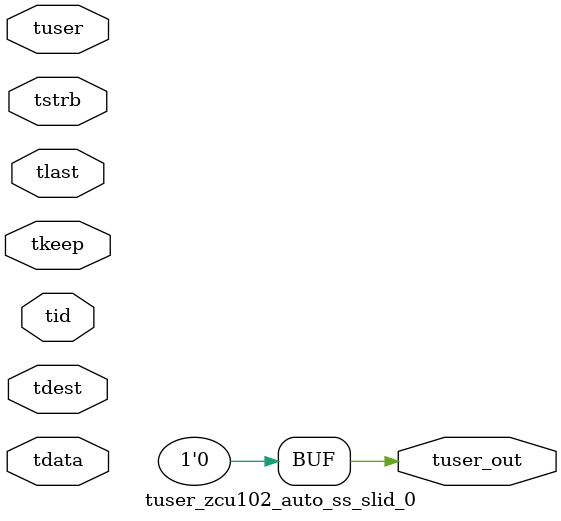
<source format=v>


`timescale 1ps/1ps

module tuser_zcu102_auto_ss_slid_0 #
(
parameter C_S_AXIS_TUSER_WIDTH = 1,
parameter C_S_AXIS_TDATA_WIDTH = 32,
parameter C_S_AXIS_TID_WIDTH   = 0,
parameter C_S_AXIS_TDEST_WIDTH = 0,
parameter C_M_AXIS_TUSER_WIDTH = 1
)
(
input  [(C_S_AXIS_TUSER_WIDTH == 0 ? 1 : C_S_AXIS_TUSER_WIDTH)-1:0     ] tuser,
input  [(C_S_AXIS_TDATA_WIDTH == 0 ? 1 : C_S_AXIS_TDATA_WIDTH)-1:0     ] tdata,
input  [(C_S_AXIS_TID_WIDTH   == 0 ? 1 : C_S_AXIS_TID_WIDTH)-1:0       ] tid,
input  [(C_S_AXIS_TDEST_WIDTH == 0 ? 1 : C_S_AXIS_TDEST_WIDTH)-1:0     ] tdest,
input  [(C_S_AXIS_TDATA_WIDTH/8)-1:0 ] tkeep,
input  [(C_S_AXIS_TDATA_WIDTH/8)-1:0 ] tstrb,
input                                                                    tlast,
output [C_M_AXIS_TUSER_WIDTH-1:0] tuser_out
);

assign tuser_out = {1'b0};

endmodule


</source>
